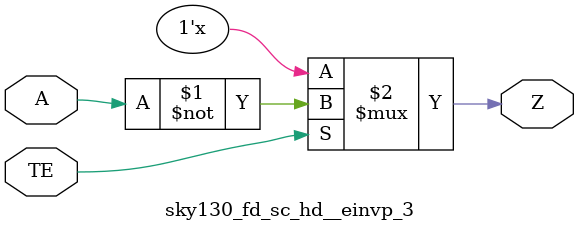
<source format=v>
module sky130_fd_sc_hd__einvp_3 (
    Z ,
    A ,
    TE
);
    output Z ;
    input  A ;
    input  TE;
    notif1 notif10 (Z     , A, TE          );
endmodule
</source>
